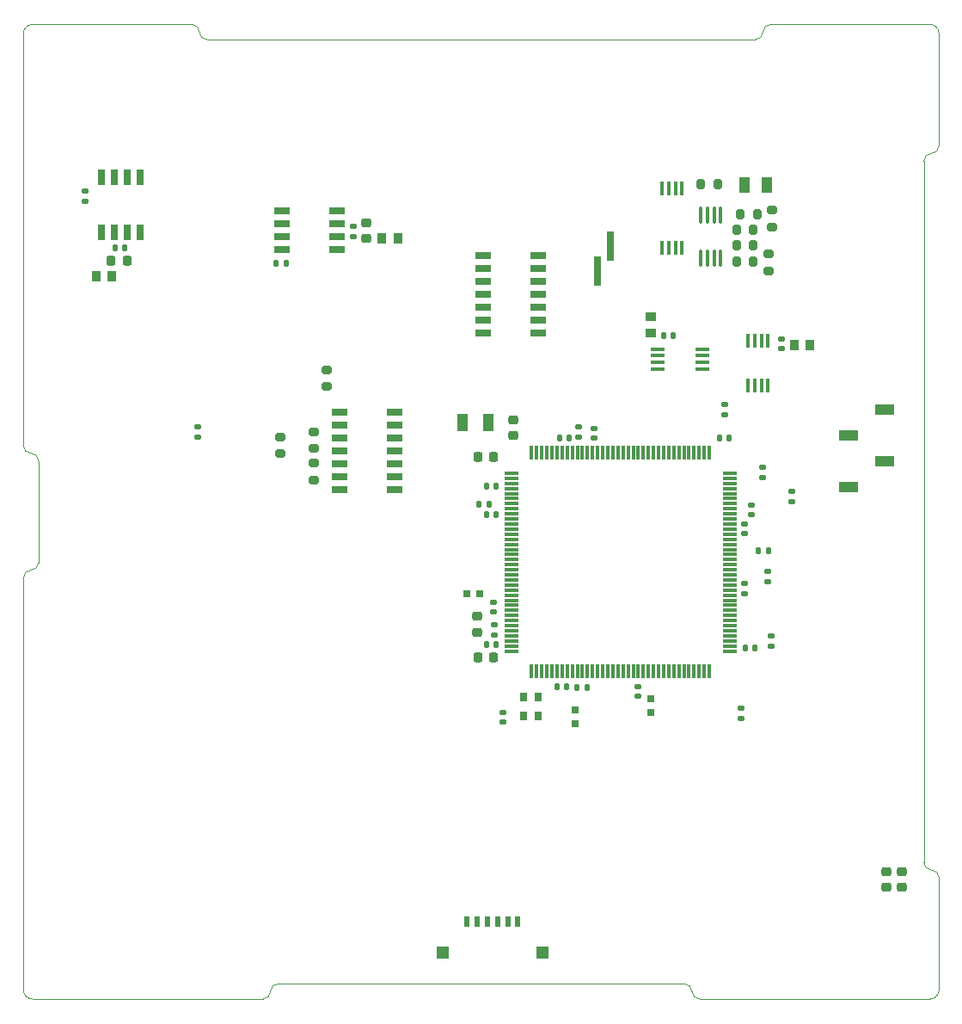
<source format=gbp>
%TF.GenerationSoftware,KiCad,Pcbnew,8.0.3*%
%TF.CreationDate,2024-07-04T15:45:31+03:00*%
%TF.ProjectId,obc-adcs-board,6f62632d-6164-4637-932d-626f6172642e,rev?*%
%TF.SameCoordinates,PX3e2df80PY83e4a60*%
%TF.FileFunction,Paste,Bot*%
%TF.FilePolarity,Positive*%
%FSLAX46Y46*%
G04 Gerber Fmt 4.6, Leading zero omitted, Abs format (unit mm)*
G04 Created by KiCad (PCBNEW 8.0.3) date 2024-07-04 15:45:31*
%MOMM*%
%LPD*%
G01*
G04 APERTURE LIST*
G04 Aperture macros list*
%AMRoundRect*
0 Rectangle with rounded corners*
0 $1 Rounding radius*
0 $2 $3 $4 $5 $6 $7 $8 $9 X,Y pos of 4 corners*
0 Add a 4 corners polygon primitive as box body*
4,1,4,$2,$3,$4,$5,$6,$7,$8,$9,$2,$3,0*
0 Add four circle primitives for the rounded corners*
1,1,$1+$1,$2,$3*
1,1,$1+$1,$4,$5*
1,1,$1+$1,$6,$7*
1,1,$1+$1,$8,$9*
0 Add four rect primitives between the rounded corners*
20,1,$1+$1,$2,$3,$4,$5,0*
20,1,$1+$1,$4,$5,$6,$7,0*
20,1,$1+$1,$6,$7,$8,$9,0*
20,1,$1+$1,$8,$9,$2,$3,0*%
G04 Aperture macros list end*
%ADD10R,0.450000X1.475000*%
%ADD11RoundRect,0.135000X-0.185000X0.135000X-0.185000X-0.135000X0.185000X-0.135000X0.185000X0.135000X0*%
%ADD12R,1.475000X0.300000*%
%ADD13R,0.300000X1.475000*%
%ADD14RoundRect,0.200000X-0.200000X-0.275000X0.200000X-0.275000X0.200000X0.275000X-0.200000X0.275000X0*%
%ADD15RoundRect,0.140000X0.170000X-0.140000X0.170000X0.140000X-0.170000X0.140000X-0.170000X-0.140000X0*%
%ADD16RoundRect,0.135000X0.185000X-0.135000X0.185000X0.135000X-0.185000X0.135000X-0.185000X-0.135000X0*%
%ADD17R,0.550000X1.000000*%
%ADD18R,1.260000X1.300000*%
%ADD19RoundRect,0.225000X0.225000X0.250000X-0.225000X0.250000X-0.225000X-0.250000X0.225000X-0.250000X0*%
%ADD20R,1.525000X0.650000*%
%ADD21RoundRect,0.200000X0.200000X0.275000X-0.200000X0.275000X-0.200000X-0.275000X0.200000X-0.275000X0*%
%ADD22RoundRect,0.140000X-0.170000X0.140000X-0.170000X-0.140000X0.170000X-0.140000X0.170000X0.140000X0*%
%ADD23R,0.650000X1.528000*%
%ADD24R,1.400000X0.450000*%
%ADD25RoundRect,0.100000X-0.100000X0.712500X-0.100000X-0.712500X0.100000X-0.712500X0.100000X0.712500X0*%
%ADD26RoundRect,0.225000X0.250000X-0.225000X0.250000X0.225000X-0.250000X0.225000X-0.250000X-0.225000X0*%
%ADD27RoundRect,0.140000X-0.140000X-0.170000X0.140000X-0.170000X0.140000X0.170000X-0.140000X0.170000X0*%
%ADD28RoundRect,0.225000X-0.250000X0.225000X-0.250000X-0.225000X0.250000X-0.225000X0.250000X0.225000X0*%
%ADD29RoundRect,0.200000X0.275000X-0.200000X0.275000X0.200000X-0.275000X0.200000X-0.275000X-0.200000X0*%
%ADD30R,1.000000X1.800000*%
%ADD31RoundRect,0.140000X0.140000X0.170000X-0.140000X0.170000X-0.140000X-0.170000X0.140000X-0.170000X0*%
%ADD32R,1.905000X1.020000*%
%ADD33R,0.940000X1.010000*%
%ADD34R,0.940000X1.020000*%
%ADD35R,0.450000X1.400000*%
%ADD36R,0.740000X2.870000*%
%ADD37R,1.010000X0.940000*%
%ADD38RoundRect,0.225000X-0.225000X-0.250000X0.225000X-0.250000X0.225000X0.250000X-0.225000X0.250000X0*%
%ADD39R,0.700000X0.650000*%
%ADD40R,0.650000X0.700000*%
%ADD41R,1.000000X1.500000*%
%ADD42RoundRect,0.135000X-0.135000X-0.185000X0.135000X-0.185000X0.135000X0.185000X-0.135000X0.185000X0*%
%ADD43RoundRect,0.200000X-0.275000X0.200000X-0.275000X-0.200000X0.275000X-0.200000X0.275000X0.200000X0*%
%ADD44RoundRect,0.135000X0.135000X0.185000X-0.135000X0.185000X-0.135000X-0.185000X0.135000X-0.185000X0*%
%ADD45R,1.528000X0.650000*%
%ADD46R,0.800000X0.900000*%
%TA.AperFunction,Profile*%
%ADD47C,0.100000*%
%TD*%
G04 APERTURE END LIST*
D10*
%TO.C,Q2*%
X63025000Y79888000D03*
X63675000Y79888000D03*
X64325000Y79888000D03*
X64975000Y79888000D03*
X64975000Y74012000D03*
X64325000Y74012000D03*
X63675000Y74012000D03*
X63025000Y74012000D03*
%TD*%
D11*
%TO.C,R9*%
X70800000Y28770000D03*
X70800000Y27750000D03*
%TD*%
D12*
%TO.C,U14*%
X48162000Y34350000D03*
X48162000Y34850000D03*
X48162000Y35350000D03*
X48162000Y35850000D03*
X48162000Y36350000D03*
X48162000Y36850000D03*
X48162000Y37350000D03*
X48162000Y37850000D03*
X48162000Y38350000D03*
X48162000Y38850000D03*
X48162000Y39350000D03*
X48162000Y39850000D03*
X48162000Y40350000D03*
X48162000Y40850000D03*
X48162000Y41350000D03*
X48162000Y41850000D03*
X48162000Y42350000D03*
X48162000Y42850000D03*
X48162000Y43350000D03*
X48162000Y43850000D03*
X48162000Y44350000D03*
X48162000Y44850000D03*
X48162000Y45350000D03*
X48162000Y45850000D03*
X48162000Y46350000D03*
X48162000Y46850000D03*
X48162000Y47350000D03*
X48162000Y47850000D03*
X48162000Y48350000D03*
X48162000Y48850000D03*
X48162000Y49350000D03*
X48162000Y49850000D03*
X48162000Y50350000D03*
X48162000Y50850000D03*
X48162000Y51350000D03*
X48162000Y51850000D03*
D13*
X50150000Y53838000D03*
X50650000Y53838000D03*
X51150000Y53838000D03*
X51650000Y53838000D03*
X52150000Y53838000D03*
X52650000Y53838000D03*
X53150000Y53838000D03*
X53650000Y53838000D03*
X54150000Y53838000D03*
X54650000Y53838000D03*
X55150000Y53838000D03*
X55650000Y53838000D03*
X56150000Y53838000D03*
X56650000Y53838000D03*
X57150000Y53838000D03*
X57650000Y53838000D03*
X58150000Y53838000D03*
X58650000Y53838000D03*
X59150000Y53838000D03*
X59650000Y53838000D03*
X60150000Y53838000D03*
X60650000Y53838000D03*
X61150000Y53838000D03*
X61650000Y53838000D03*
X62150000Y53838000D03*
X62650000Y53838000D03*
X63150000Y53838000D03*
X63650000Y53838000D03*
X64150000Y53838000D03*
X64650000Y53838000D03*
X65150000Y53838000D03*
X65650000Y53838000D03*
X66150000Y53838000D03*
X66650000Y53838000D03*
X67150000Y53838000D03*
X67650000Y53838000D03*
D12*
X69638000Y51850000D03*
X69638000Y51350000D03*
X69638000Y50850000D03*
X69638000Y50350000D03*
X69638000Y49850000D03*
X69638000Y49350000D03*
X69638000Y48850000D03*
X69638000Y48350000D03*
X69638000Y47850000D03*
X69638000Y47350000D03*
X69638000Y46850000D03*
X69638000Y46350000D03*
X69638000Y45850000D03*
X69638000Y45350000D03*
X69638000Y44850000D03*
X69638000Y44350000D03*
X69638000Y43850000D03*
X69638000Y43350000D03*
X69638000Y42850000D03*
X69638000Y42350000D03*
X69638000Y41850000D03*
X69638000Y41350000D03*
X69638000Y40850000D03*
X69638000Y40350000D03*
X69638000Y39850000D03*
X69638000Y39350000D03*
X69638000Y38850000D03*
X69638000Y38350000D03*
X69638000Y37850000D03*
X69638000Y37350000D03*
X69638000Y36850000D03*
X69638000Y36350000D03*
X69638000Y35850000D03*
X69638000Y35350000D03*
X69638000Y34850000D03*
X69638000Y34350000D03*
D13*
X67650000Y32362000D03*
X67150000Y32362000D03*
X66650000Y32362000D03*
X66150000Y32362000D03*
X65650000Y32362000D03*
X65150000Y32362000D03*
X64650000Y32362000D03*
X64150000Y32362000D03*
X63650000Y32362000D03*
X63150000Y32362000D03*
X62650000Y32362000D03*
X62150000Y32362000D03*
X61650000Y32362000D03*
X61150000Y32362000D03*
X60650000Y32362000D03*
X60150000Y32362000D03*
X59650000Y32362000D03*
X59150000Y32362000D03*
X58650000Y32362000D03*
X58150000Y32362000D03*
X57650000Y32362000D03*
X57150000Y32362000D03*
X56650000Y32362000D03*
X56150000Y32362000D03*
X55650000Y32362000D03*
X55150000Y32362000D03*
X54650000Y32362000D03*
X54150000Y32362000D03*
X53650000Y32362000D03*
X53150000Y32362000D03*
X52650000Y32362000D03*
X52150000Y32362000D03*
X51650000Y32362000D03*
X51150000Y32362000D03*
X50650000Y32362000D03*
X50150000Y32362000D03*
%TD*%
D14*
%TO.C,R32*%
X70325000Y75800000D03*
X71975000Y75800000D03*
%TD*%
D15*
%TO.C,C35*%
X56300000Y55320000D03*
X56300000Y56280000D03*
%TD*%
D16*
%TO.C,R23*%
X75800000Y49015000D03*
X75800000Y50035000D03*
%TD*%
D17*
%TO.C,J20*%
X48800000Y7715000D03*
X47800000Y7715000D03*
X46800000Y7715000D03*
X45800000Y7715000D03*
X44800000Y7715000D03*
X43800000Y7715000D03*
D18*
X51175000Y4725000D03*
X41425000Y4725000D03*
%TD*%
D19*
%TO.C,C21*%
X46425000Y53438000D03*
X44875000Y53438000D03*
%TD*%
D20*
%TO.C,IC8*%
X36637000Y57885000D03*
X36637000Y56615000D03*
X36637000Y55345000D03*
X36637000Y54075000D03*
X36637000Y52805000D03*
X36637000Y51535000D03*
X36637000Y50265000D03*
X31213000Y50265000D03*
X31213000Y51535000D03*
X31213000Y52805000D03*
X31213000Y54075000D03*
X31213000Y55345000D03*
X31213000Y56615000D03*
X31213000Y57885000D03*
%TD*%
D21*
%TO.C,R30*%
X72375000Y77350000D03*
X70725000Y77350000D03*
%TD*%
D16*
%TO.C,R123*%
X6200000Y78590000D03*
X6200000Y79610000D03*
%TD*%
D20*
%TO.C,IC9*%
X50812000Y73235000D03*
X50812000Y71965000D03*
X50812000Y70695000D03*
X50812000Y69425000D03*
X50812000Y68155000D03*
X50812000Y66885000D03*
X50812000Y65615000D03*
X45388000Y65615000D03*
X45388000Y66885000D03*
X45388000Y68155000D03*
X45388000Y69425000D03*
X45388000Y70695000D03*
X45388000Y71965000D03*
X45388000Y73235000D03*
%TD*%
D22*
%TO.C,C19*%
X74750000Y65080000D03*
X74750000Y64120000D03*
%TD*%
D21*
%TO.C,R31*%
X71975000Y72700000D03*
X70325000Y72700000D03*
%TD*%
D19*
%TO.C,C38*%
X46375000Y33750000D03*
X44825000Y33750000D03*
%TD*%
D11*
%TO.C,R10*%
X73710000Y35850000D03*
X73710000Y34830000D03*
%TD*%
D23*
%TO.C,U11*%
X11605000Y75549000D03*
X10335000Y75549000D03*
X9065000Y75549000D03*
X7795000Y75549000D03*
X7795000Y80971000D03*
X9065000Y80971000D03*
X10335000Y80971000D03*
X11605000Y80971000D03*
%TD*%
D24*
%TO.C,U13*%
X67000000Y64075000D03*
X67000000Y63425000D03*
X67000000Y62775000D03*
X67000000Y62125000D03*
X62600000Y62125000D03*
X62600000Y62775000D03*
X62600000Y63425000D03*
X62600000Y64075000D03*
%TD*%
D25*
%TO.C,U15*%
X66825000Y77212500D03*
X67475000Y77212500D03*
X68125000Y77212500D03*
X68775000Y77212500D03*
X68775000Y72987500D03*
X68125000Y72987500D03*
X67475000Y72987500D03*
X66825000Y72987500D03*
%TD*%
D22*
%TO.C,C33*%
X60625000Y30880000D03*
X60625000Y29920000D03*
%TD*%
D26*
%TO.C,C24*%
X48300000Y55575000D03*
X48300000Y57125000D03*
%TD*%
D15*
%TO.C,C40*%
X71150000Y40020000D03*
X71150000Y40980000D03*
%TD*%
D27*
%TO.C,C20*%
X63120000Y65400000D03*
X64080000Y65400000D03*
%TD*%
D22*
%TO.C,C26*%
X46400000Y39180000D03*
X46400000Y38220000D03*
%TD*%
D28*
%TO.C,C30*%
X44750000Y37775000D03*
X44750000Y36225000D03*
%TD*%
D29*
%TO.C,R8*%
X30000000Y60375000D03*
X30000000Y62025000D03*
%TD*%
D27*
%TO.C,C18*%
X9150000Y74020000D03*
X10110000Y74020000D03*
%TD*%
D16*
%TO.C,R20*%
X73400000Y41140000D03*
X73400000Y42160000D03*
%TD*%
D26*
%TO.C,C101*%
X86600000Y11125000D03*
X86600000Y12675000D03*
%TD*%
D27*
%TO.C,C41*%
X71170000Y34650000D03*
X72130000Y34650000D03*
%TD*%
D30*
%TO.C,Y1*%
X43350000Y56800000D03*
X45850000Y56800000D03*
%TD*%
D26*
%TO.C,C92*%
X33900000Y74925000D03*
X33900000Y76475000D03*
%TD*%
D22*
%TO.C,C91*%
X47350000Y28330000D03*
X47350000Y27370000D03*
%TD*%
D31*
%TO.C,C28*%
X45940000Y48810000D03*
X44980000Y48810000D03*
%TD*%
D32*
%TO.C,J18*%
X84878000Y58110000D03*
X81322000Y55570000D03*
X84878000Y53030000D03*
X81322000Y50490000D03*
%TD*%
D33*
%TO.C,F8*%
X77590000Y64450000D03*
X76010000Y64450000D03*
%TD*%
D34*
%TO.C,F7*%
X7260000Y71200000D03*
X8840000Y71200000D03*
%TD*%
D27*
%TO.C,C23*%
X52670000Y30825000D03*
X53630000Y30825000D03*
%TD*%
D35*
%TO.C,U12*%
X73425000Y60450000D03*
X72775000Y60450000D03*
X72125000Y60450000D03*
X71475000Y60450000D03*
X71475000Y64850000D03*
X72125000Y64850000D03*
X72775000Y64850000D03*
X73425000Y64850000D03*
%TD*%
D29*
%TO.C,R16*%
X28700000Y54275000D03*
X28700000Y55925000D03*
%TD*%
D36*
%TO.C,J24*%
X57895000Y74205000D03*
X56625000Y71745000D03*
%TD*%
D27*
%TO.C,C31*%
X52870000Y55350000D03*
X53830000Y55350000D03*
%TD*%
D16*
%TO.C,R24*%
X72850000Y51440000D03*
X72850000Y52460000D03*
%TD*%
D26*
%TO.C,C99*%
X85100000Y11125000D03*
X85100000Y12675000D03*
%TD*%
D37*
%TO.C,F9*%
X61850000Y67240000D03*
X61850000Y65660000D03*
%TD*%
D29*
%TO.C,R29*%
X73450000Y71775000D03*
X73450000Y73425000D03*
%TD*%
D22*
%TO.C,C37*%
X71150000Y46880000D03*
X71150000Y45920000D03*
%TD*%
D38*
%TO.C,C94*%
X8755000Y72770000D03*
X10305000Y72770000D03*
%TD*%
D39*
%TO.C,FL3*%
X61900000Y28325000D03*
X61900000Y29675000D03*
%TD*%
D40*
%TO.C,FL1*%
X43725000Y40000000D03*
X45075000Y40000000D03*
%TD*%
D34*
%TO.C,F6*%
X36990000Y75000000D03*
X35410000Y75000000D03*
%TD*%
D31*
%TO.C,C22*%
X55580000Y30800000D03*
X54620000Y30800000D03*
%TD*%
D41*
%TO.C,F10*%
X73300000Y80250000D03*
X71100000Y80250000D03*
%TD*%
D42*
%TO.C,R122*%
X24990000Y72500000D03*
X26010000Y72500000D03*
%TD*%
D11*
%TO.C,R14*%
X54800000Y56410000D03*
X54800000Y55390000D03*
%TD*%
D16*
%TO.C,R15*%
X69150000Y57590000D03*
X69150000Y58610000D03*
%TD*%
D14*
%TO.C,R33*%
X70325000Y74250000D03*
X71975000Y74250000D03*
%TD*%
D43*
%TO.C,R28*%
X73800000Y77725000D03*
X73800000Y76075000D03*
%TD*%
D31*
%TO.C,C32*%
X46680000Y50550000D03*
X45720000Y50550000D03*
%TD*%
D44*
%TO.C,R26*%
X73460000Y44200000D03*
X72440000Y44200000D03*
%TD*%
D22*
%TO.C,C39*%
X46450000Y36910000D03*
X46450000Y35950000D03*
%TD*%
D31*
%TO.C,C42*%
X46680000Y35000000D03*
X45720000Y35000000D03*
%TD*%
D11*
%TO.C,R11*%
X17300000Y56385000D03*
X17300000Y55365000D03*
%TD*%
D29*
%TO.C,R17*%
X25400000Y53775000D03*
X25400000Y55425000D03*
%TD*%
D45*
%TO.C,U10*%
X31011000Y77705000D03*
X31011000Y76435000D03*
X31011000Y75165000D03*
X31011000Y73895000D03*
X25589000Y73895000D03*
X25589000Y75165000D03*
X25589000Y76435000D03*
X25589000Y77705000D03*
%TD*%
D46*
%TO.C,Y2*%
X49325000Y27975000D03*
X49325000Y29825000D03*
X50775000Y29825000D03*
X50775000Y27975000D03*
%TD*%
D27*
%TO.C,C34*%
X68620000Y55350000D03*
X69580000Y55350000D03*
%TD*%
D15*
%TO.C,C36*%
X71750000Y47795000D03*
X71750000Y48755000D03*
%TD*%
D14*
%TO.C,R34*%
X66825000Y80300000D03*
X68475000Y80300000D03*
%TD*%
D31*
%TO.C,C29*%
X46680000Y47800000D03*
X45720000Y47800000D03*
%TD*%
D39*
%TO.C,FL2*%
X54450000Y27225000D03*
X54450000Y28575000D03*
%TD*%
D29*
%TO.C,R7*%
X28700000Y51175000D03*
X28700000Y52825000D03*
%TD*%
D15*
%TO.C,C17*%
X32600000Y75170000D03*
X32600000Y76130000D03*
%TD*%
D47*
X1600000Y43065000D02*
X1600000Y53065000D01*
X66685000Y120000D02*
X89370000Y120000D01*
X100000Y41565000D02*
G75*
G02*
X850000Y42315000I750000J0D01*
G01*
X65185000Y1620000D02*
G75*
G02*
X65935000Y870000I0J-750000D01*
G01*
X72935000Y95260000D02*
G75*
G02*
X72185000Y94510000I-750000J0D01*
G01*
X90270000Y12065000D02*
X90270000Y1020000D01*
X1600000Y43065000D02*
G75*
G02*
X850000Y42315000I-750000J0D01*
G01*
X24435000Y870000D02*
G75*
G02*
X25185000Y1620000I750000J0D01*
G01*
X18185000Y94510000D02*
X72185000Y94510000D01*
X100000Y41565000D02*
X100000Y1010000D01*
X72935000Y95260000D02*
G75*
G02*
X73685000Y96010000I750000J0D01*
G01*
X100000Y95110000D02*
G75*
G02*
X1000000Y96010000I900000J0D01*
G01*
X1000000Y110000D02*
G75*
G02*
X100000Y1010000I0J900000D01*
G01*
X88770000Y13565000D02*
X88770000Y82565000D01*
X89520000Y12815000D02*
G75*
G02*
X90270000Y12065000I0J-750000D01*
G01*
X88770000Y82565000D02*
G75*
G02*
X89520000Y83315000I750000J0D01*
G01*
X89520000Y12815000D02*
G75*
G02*
X88770000Y13565000I0J750000D01*
G01*
X25185000Y1620000D02*
X65185000Y1620000D01*
X73685000Y96010000D02*
X89370000Y96010000D01*
X90270000Y84065000D02*
G75*
G02*
X89520000Y83315000I-750000J0D01*
G01*
X90270000Y1020000D02*
G75*
G02*
X89370000Y120000I-900000J0D01*
G01*
X850000Y53815000D02*
G75*
G02*
X1600000Y53065000I0J-750000D01*
G01*
X24435000Y870000D02*
G75*
G02*
X23685000Y120000I-750000J0D01*
G01*
X89370000Y96010000D02*
G75*
G02*
X90270000Y95110000I0J-900000D01*
G01*
X18185000Y94510000D02*
G75*
G02*
X17435000Y95260000I0J750000D01*
G01*
X850000Y53815000D02*
G75*
G02*
X100000Y54565000I0J750000D01*
G01*
X1000000Y96010000D02*
X16685000Y96010000D01*
X90270000Y95110000D02*
X90270000Y84065000D01*
X100000Y95110000D02*
X100000Y54565000D01*
X16685000Y96010000D02*
G75*
G02*
X17435000Y95260000I0J-750000D01*
G01*
X23685000Y120000D02*
X1000000Y110000D01*
X66685000Y120000D02*
G75*
G02*
X65935000Y870000I0J750000D01*
G01*
M02*

</source>
